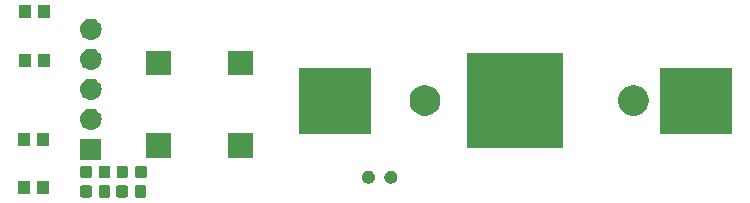
<source format=gbr>
G04 #@! TF.GenerationSoftware,KiCad,Pcbnew,(5.1.4)-1*
G04 #@! TF.CreationDate,2020-11-25T16:32:24+01:00*
G04 #@! TF.ProjectId,iot_plant_watering_sensor_esp32,696f745f-706c-4616-9e74-5f7761746572,rev?*
G04 #@! TF.SameCoordinates,Original*
G04 #@! TF.FileFunction,Soldermask,Bot*
G04 #@! TF.FilePolarity,Negative*
%FSLAX46Y46*%
G04 Gerber Fmt 4.6, Leading zero omitted, Abs format (unit mm)*
G04 Created by KiCad (PCBNEW (5.1.4)-1) date 2020-11-25 16:32:24*
%MOMM*%
%LPD*%
G04 APERTURE LIST*
%ADD10C,0.100000*%
G04 APERTURE END LIST*
D10*
G36*
X87997591Y-112190585D02*
G01*
X88031569Y-112200893D01*
X88062890Y-112217634D01*
X88090339Y-112240161D01*
X88112866Y-112267610D01*
X88129607Y-112298931D01*
X88139915Y-112332909D01*
X88144000Y-112374390D01*
X88144000Y-113050610D01*
X88139915Y-113092091D01*
X88129607Y-113126069D01*
X88112866Y-113157390D01*
X88090339Y-113184839D01*
X88062890Y-113207366D01*
X88031569Y-113224107D01*
X87997591Y-113234415D01*
X87956110Y-113238500D01*
X87354890Y-113238500D01*
X87313409Y-113234415D01*
X87279431Y-113224107D01*
X87248110Y-113207366D01*
X87220661Y-113184839D01*
X87198134Y-113157390D01*
X87181393Y-113126069D01*
X87171085Y-113092091D01*
X87167000Y-113050610D01*
X87167000Y-112374390D01*
X87171085Y-112332909D01*
X87181393Y-112298931D01*
X87198134Y-112267610D01*
X87220661Y-112240161D01*
X87248110Y-112217634D01*
X87279431Y-112200893D01*
X87313409Y-112190585D01*
X87354890Y-112186500D01*
X87956110Y-112186500D01*
X87997591Y-112190585D01*
X87997591Y-112190585D01*
G37*
G36*
X89470591Y-112190585D02*
G01*
X89504569Y-112200893D01*
X89535890Y-112217634D01*
X89563339Y-112240161D01*
X89585866Y-112267610D01*
X89602607Y-112298931D01*
X89612915Y-112332909D01*
X89617000Y-112374390D01*
X89617000Y-113050610D01*
X89612915Y-113092091D01*
X89602607Y-113126069D01*
X89585866Y-113157390D01*
X89563339Y-113184839D01*
X89535890Y-113207366D01*
X89504569Y-113224107D01*
X89470591Y-113234415D01*
X89429110Y-113238500D01*
X88827890Y-113238500D01*
X88786409Y-113234415D01*
X88752431Y-113224107D01*
X88721110Y-113207366D01*
X88693661Y-113184839D01*
X88671134Y-113157390D01*
X88654393Y-113126069D01*
X88644085Y-113092091D01*
X88640000Y-113050610D01*
X88640000Y-112374390D01*
X88644085Y-112332909D01*
X88654393Y-112298931D01*
X88671134Y-112267610D01*
X88693661Y-112240161D01*
X88721110Y-112217634D01*
X88752431Y-112200893D01*
X88786409Y-112190585D01*
X88827890Y-112186500D01*
X89429110Y-112186500D01*
X89470591Y-112190585D01*
X89470591Y-112190585D01*
G37*
G36*
X91045591Y-112190585D02*
G01*
X91079569Y-112200893D01*
X91110890Y-112217634D01*
X91138339Y-112240161D01*
X91160866Y-112267610D01*
X91177607Y-112298931D01*
X91187915Y-112332909D01*
X91192000Y-112374390D01*
X91192000Y-113050610D01*
X91187915Y-113092091D01*
X91177607Y-113126069D01*
X91160866Y-113157390D01*
X91138339Y-113184839D01*
X91110890Y-113207366D01*
X91079569Y-113224107D01*
X91045591Y-113234415D01*
X91004110Y-113238500D01*
X90402890Y-113238500D01*
X90361409Y-113234415D01*
X90327431Y-113224107D01*
X90296110Y-113207366D01*
X90268661Y-113184839D01*
X90246134Y-113157390D01*
X90229393Y-113126069D01*
X90219085Y-113092091D01*
X90215000Y-113050610D01*
X90215000Y-112374390D01*
X90219085Y-112332909D01*
X90229393Y-112298931D01*
X90246134Y-112267610D01*
X90268661Y-112240161D01*
X90296110Y-112217634D01*
X90327431Y-112200893D01*
X90361409Y-112190585D01*
X90402890Y-112186500D01*
X91004110Y-112186500D01*
X91045591Y-112190585D01*
X91045591Y-112190585D01*
G37*
G36*
X86422591Y-112190585D02*
G01*
X86456569Y-112200893D01*
X86487890Y-112217634D01*
X86515339Y-112240161D01*
X86537866Y-112267610D01*
X86554607Y-112298931D01*
X86564915Y-112332909D01*
X86569000Y-112374390D01*
X86569000Y-113050610D01*
X86564915Y-113092091D01*
X86554607Y-113126069D01*
X86537866Y-113157390D01*
X86515339Y-113184839D01*
X86487890Y-113207366D01*
X86456569Y-113224107D01*
X86422591Y-113234415D01*
X86381110Y-113238500D01*
X85779890Y-113238500D01*
X85738409Y-113234415D01*
X85704431Y-113224107D01*
X85673110Y-113207366D01*
X85645661Y-113184839D01*
X85623134Y-113157390D01*
X85606393Y-113126069D01*
X85596085Y-113092091D01*
X85592000Y-113050610D01*
X85592000Y-112374390D01*
X85596085Y-112332909D01*
X85606393Y-112298931D01*
X85623134Y-112267610D01*
X85645661Y-112240161D01*
X85673110Y-112217634D01*
X85704431Y-112200893D01*
X85738409Y-112190585D01*
X85779890Y-112186500D01*
X86381110Y-112186500D01*
X86422591Y-112190585D01*
X86422591Y-112190585D01*
G37*
G36*
X82962000Y-112964000D02*
G01*
X81960000Y-112964000D01*
X81960000Y-111862000D01*
X82962000Y-111862000D01*
X82962000Y-112964000D01*
X82962000Y-112964000D01*
G37*
G36*
X81362000Y-112964000D02*
G01*
X80360000Y-112964000D01*
X80360000Y-111862000D01*
X81362000Y-111862000D01*
X81362000Y-112964000D01*
X81362000Y-112964000D01*
G37*
G36*
X110147721Y-110976174D02*
G01*
X110247995Y-111017709D01*
X110247996Y-111017710D01*
X110338242Y-111078010D01*
X110414990Y-111154758D01*
X110414991Y-111154760D01*
X110475291Y-111245005D01*
X110516826Y-111345279D01*
X110538000Y-111451730D01*
X110538000Y-111560270D01*
X110516826Y-111666721D01*
X110475291Y-111766995D01*
X110475290Y-111766996D01*
X110414990Y-111857242D01*
X110338242Y-111933990D01*
X110292812Y-111964345D01*
X110247995Y-111994291D01*
X110147721Y-112035826D01*
X110041270Y-112057000D01*
X109932730Y-112057000D01*
X109826279Y-112035826D01*
X109726005Y-111994291D01*
X109681188Y-111964345D01*
X109635758Y-111933990D01*
X109559010Y-111857242D01*
X109498710Y-111766996D01*
X109498709Y-111766995D01*
X109457174Y-111666721D01*
X109436000Y-111560270D01*
X109436000Y-111451730D01*
X109457174Y-111345279D01*
X109498709Y-111245005D01*
X109559009Y-111154760D01*
X109559010Y-111154758D01*
X109635758Y-111078010D01*
X109726004Y-111017710D01*
X109726005Y-111017709D01*
X109826279Y-110976174D01*
X109932730Y-110955000D01*
X110041270Y-110955000D01*
X110147721Y-110976174D01*
X110147721Y-110976174D01*
G37*
G36*
X112047721Y-110976174D02*
G01*
X112147995Y-111017709D01*
X112147996Y-111017710D01*
X112238242Y-111078010D01*
X112314990Y-111154758D01*
X112314991Y-111154760D01*
X112375291Y-111245005D01*
X112416826Y-111345279D01*
X112438000Y-111451730D01*
X112438000Y-111560270D01*
X112416826Y-111666721D01*
X112375291Y-111766995D01*
X112375290Y-111766996D01*
X112314990Y-111857242D01*
X112238242Y-111933990D01*
X112192812Y-111964345D01*
X112147995Y-111994291D01*
X112047721Y-112035826D01*
X111941270Y-112057000D01*
X111832730Y-112057000D01*
X111726279Y-112035826D01*
X111626005Y-111994291D01*
X111581188Y-111964345D01*
X111535758Y-111933990D01*
X111459010Y-111857242D01*
X111398710Y-111766996D01*
X111398709Y-111766995D01*
X111357174Y-111666721D01*
X111336000Y-111560270D01*
X111336000Y-111451730D01*
X111357174Y-111345279D01*
X111398709Y-111245005D01*
X111459009Y-111154760D01*
X111459010Y-111154758D01*
X111535758Y-111078010D01*
X111626004Y-111017710D01*
X111626005Y-111017709D01*
X111726279Y-110976174D01*
X111832730Y-110955000D01*
X111941270Y-110955000D01*
X112047721Y-110976174D01*
X112047721Y-110976174D01*
G37*
G36*
X91070991Y-110539585D02*
G01*
X91104969Y-110549893D01*
X91136290Y-110566634D01*
X91163739Y-110589161D01*
X91186266Y-110616610D01*
X91203007Y-110647931D01*
X91213315Y-110681909D01*
X91217400Y-110723390D01*
X91217400Y-111399610D01*
X91213315Y-111441091D01*
X91203007Y-111475069D01*
X91186266Y-111506390D01*
X91163739Y-111533839D01*
X91136290Y-111556366D01*
X91104969Y-111573107D01*
X91070991Y-111583415D01*
X91029510Y-111587500D01*
X90428290Y-111587500D01*
X90386809Y-111583415D01*
X90352831Y-111573107D01*
X90321510Y-111556366D01*
X90294061Y-111533839D01*
X90271534Y-111506390D01*
X90254793Y-111475069D01*
X90244485Y-111441091D01*
X90240400Y-111399610D01*
X90240400Y-110723390D01*
X90244485Y-110681909D01*
X90254793Y-110647931D01*
X90271534Y-110616610D01*
X90294061Y-110589161D01*
X90321510Y-110566634D01*
X90352831Y-110549893D01*
X90386809Y-110539585D01*
X90428290Y-110535500D01*
X91029510Y-110535500D01*
X91070991Y-110539585D01*
X91070991Y-110539585D01*
G37*
G36*
X86422591Y-110539585D02*
G01*
X86456569Y-110549893D01*
X86487890Y-110566634D01*
X86515339Y-110589161D01*
X86537866Y-110616610D01*
X86554607Y-110647931D01*
X86564915Y-110681909D01*
X86569000Y-110723390D01*
X86569000Y-111399610D01*
X86564915Y-111441091D01*
X86554607Y-111475069D01*
X86537866Y-111506390D01*
X86515339Y-111533839D01*
X86487890Y-111556366D01*
X86456569Y-111573107D01*
X86422591Y-111583415D01*
X86381110Y-111587500D01*
X85779890Y-111587500D01*
X85738409Y-111583415D01*
X85704431Y-111573107D01*
X85673110Y-111556366D01*
X85645661Y-111533839D01*
X85623134Y-111506390D01*
X85606393Y-111475069D01*
X85596085Y-111441091D01*
X85592000Y-111399610D01*
X85592000Y-110723390D01*
X85596085Y-110681909D01*
X85606393Y-110647931D01*
X85623134Y-110616610D01*
X85645661Y-110589161D01*
X85673110Y-110566634D01*
X85704431Y-110549893D01*
X85738409Y-110539585D01*
X85779890Y-110535500D01*
X86381110Y-110535500D01*
X86422591Y-110539585D01*
X86422591Y-110539585D01*
G37*
G36*
X87997591Y-110539585D02*
G01*
X88031569Y-110549893D01*
X88062890Y-110566634D01*
X88090339Y-110589161D01*
X88112866Y-110616610D01*
X88129607Y-110647931D01*
X88139915Y-110681909D01*
X88144000Y-110723390D01*
X88144000Y-111399610D01*
X88139915Y-111441091D01*
X88129607Y-111475069D01*
X88112866Y-111506390D01*
X88090339Y-111533839D01*
X88062890Y-111556366D01*
X88031569Y-111573107D01*
X87997591Y-111583415D01*
X87956110Y-111587500D01*
X87354890Y-111587500D01*
X87313409Y-111583415D01*
X87279431Y-111573107D01*
X87248110Y-111556366D01*
X87220661Y-111533839D01*
X87198134Y-111506390D01*
X87181393Y-111475069D01*
X87171085Y-111441091D01*
X87167000Y-111399610D01*
X87167000Y-110723390D01*
X87171085Y-110681909D01*
X87181393Y-110647931D01*
X87198134Y-110616610D01*
X87220661Y-110589161D01*
X87248110Y-110566634D01*
X87279431Y-110549893D01*
X87313409Y-110539585D01*
X87354890Y-110535500D01*
X87956110Y-110535500D01*
X87997591Y-110539585D01*
X87997591Y-110539585D01*
G37*
G36*
X89495991Y-110539585D02*
G01*
X89529969Y-110549893D01*
X89561290Y-110566634D01*
X89588739Y-110589161D01*
X89611266Y-110616610D01*
X89628007Y-110647931D01*
X89638315Y-110681909D01*
X89642400Y-110723390D01*
X89642400Y-111399610D01*
X89638315Y-111441091D01*
X89628007Y-111475069D01*
X89611266Y-111506390D01*
X89588739Y-111533839D01*
X89561290Y-111556366D01*
X89529969Y-111573107D01*
X89495991Y-111583415D01*
X89454510Y-111587500D01*
X88853290Y-111587500D01*
X88811809Y-111583415D01*
X88777831Y-111573107D01*
X88746510Y-111556366D01*
X88719061Y-111533839D01*
X88696534Y-111506390D01*
X88679793Y-111475069D01*
X88669485Y-111441091D01*
X88665400Y-111399610D01*
X88665400Y-110723390D01*
X88669485Y-110681909D01*
X88679793Y-110647931D01*
X88696534Y-110616610D01*
X88719061Y-110589161D01*
X88746510Y-110566634D01*
X88777831Y-110549893D01*
X88811809Y-110539585D01*
X88853290Y-110535500D01*
X89454510Y-110535500D01*
X89495991Y-110539585D01*
X89495991Y-110539585D01*
G37*
G36*
X87388000Y-110057500D02*
G01*
X85586000Y-110057500D01*
X85586000Y-108255500D01*
X87388000Y-108255500D01*
X87388000Y-110057500D01*
X87388000Y-110057500D01*
G37*
G36*
X93238000Y-109890000D02*
G01*
X91136000Y-109890000D01*
X91136000Y-107788000D01*
X93238000Y-107788000D01*
X93238000Y-109890000D01*
X93238000Y-109890000D01*
G37*
G36*
X100238000Y-109890000D02*
G01*
X98136000Y-109890000D01*
X98136000Y-107788000D01*
X100238000Y-107788000D01*
X100238000Y-109890000D01*
X100238000Y-109890000D01*
G37*
G36*
X126479000Y-109080000D02*
G01*
X118377000Y-109080000D01*
X118377000Y-100978000D01*
X126479000Y-100978000D01*
X126479000Y-109080000D01*
X126479000Y-109080000D01*
G37*
G36*
X82962000Y-108864000D02*
G01*
X81960000Y-108864000D01*
X81960000Y-107762000D01*
X82962000Y-107762000D01*
X82962000Y-108864000D01*
X82962000Y-108864000D01*
G37*
G36*
X81362000Y-108864000D02*
G01*
X80360000Y-108864000D01*
X80360000Y-107762000D01*
X81362000Y-107762000D01*
X81362000Y-108864000D01*
X81362000Y-108864000D01*
G37*
G36*
X140779000Y-107830000D02*
G01*
X134677000Y-107830000D01*
X134677000Y-102228000D01*
X140779000Y-102228000D01*
X140779000Y-107830000D01*
X140779000Y-107830000D01*
G37*
G36*
X110179000Y-107830000D02*
G01*
X104077000Y-107830000D01*
X104077000Y-102228000D01*
X110179000Y-102228000D01*
X110179000Y-107830000D01*
X110179000Y-107830000D01*
G37*
G36*
X86597443Y-105722019D02*
G01*
X86663627Y-105728537D01*
X86833466Y-105780057D01*
X86989991Y-105863722D01*
X87025729Y-105893052D01*
X87127186Y-105976314D01*
X87210448Y-106077771D01*
X87239778Y-106113509D01*
X87323443Y-106270034D01*
X87374963Y-106439873D01*
X87392359Y-106616500D01*
X87374963Y-106793127D01*
X87323443Y-106962966D01*
X87239778Y-107119491D01*
X87210448Y-107155229D01*
X87127186Y-107256686D01*
X87025729Y-107339948D01*
X86989991Y-107369278D01*
X86833466Y-107452943D01*
X86663627Y-107504463D01*
X86597442Y-107510982D01*
X86531260Y-107517500D01*
X86442740Y-107517500D01*
X86376558Y-107510982D01*
X86310373Y-107504463D01*
X86140534Y-107452943D01*
X85984009Y-107369278D01*
X85948271Y-107339948D01*
X85846814Y-107256686D01*
X85763552Y-107155229D01*
X85734222Y-107119491D01*
X85650557Y-106962966D01*
X85599037Y-106793127D01*
X85581641Y-106616500D01*
X85599037Y-106439873D01*
X85650557Y-106270034D01*
X85734222Y-106113509D01*
X85763552Y-106077771D01*
X85846814Y-105976314D01*
X85948271Y-105893052D01*
X85984009Y-105863722D01*
X86140534Y-105780057D01*
X86310373Y-105728537D01*
X86376557Y-105722019D01*
X86442740Y-105715500D01*
X86531260Y-105715500D01*
X86597443Y-105722019D01*
X86597443Y-105722019D01*
G37*
G36*
X132800887Y-103752596D02*
G01*
X133037653Y-103850668D01*
X133037655Y-103850669D01*
X133250739Y-103993047D01*
X133431953Y-104174261D01*
X133484650Y-104253127D01*
X133574332Y-104387347D01*
X133672404Y-104624113D01*
X133722400Y-104875461D01*
X133722400Y-105131739D01*
X133672404Y-105383087D01*
X133574332Y-105619853D01*
X133574331Y-105619855D01*
X133431953Y-105832939D01*
X133250739Y-106014153D01*
X133037655Y-106156531D01*
X133037654Y-106156532D01*
X133037653Y-106156532D01*
X132800887Y-106254604D01*
X132549539Y-106304600D01*
X132293261Y-106304600D01*
X132041913Y-106254604D01*
X131805147Y-106156532D01*
X131805146Y-106156532D01*
X131805145Y-106156531D01*
X131592061Y-106014153D01*
X131410847Y-105832939D01*
X131268469Y-105619855D01*
X131268468Y-105619853D01*
X131170396Y-105383087D01*
X131120400Y-105131739D01*
X131120400Y-104875461D01*
X131170396Y-104624113D01*
X131268468Y-104387347D01*
X131358151Y-104253127D01*
X131410847Y-104174261D01*
X131592061Y-103993047D01*
X131805145Y-103850669D01*
X131805147Y-103850668D01*
X132041913Y-103752596D01*
X132293261Y-103702600D01*
X132549539Y-103702600D01*
X132800887Y-103752596D01*
X132800887Y-103752596D01*
G37*
G36*
X115150887Y-103752596D02*
G01*
X115387653Y-103850668D01*
X115387655Y-103850669D01*
X115600739Y-103993047D01*
X115781953Y-104174261D01*
X115834650Y-104253127D01*
X115924332Y-104387347D01*
X116022404Y-104624113D01*
X116072400Y-104875461D01*
X116072400Y-105131739D01*
X116022404Y-105383087D01*
X115924332Y-105619853D01*
X115924331Y-105619855D01*
X115781953Y-105832939D01*
X115600739Y-106014153D01*
X115387655Y-106156531D01*
X115387654Y-106156532D01*
X115387653Y-106156532D01*
X115150887Y-106254604D01*
X114899539Y-106304600D01*
X114643261Y-106304600D01*
X114391913Y-106254604D01*
X114155147Y-106156532D01*
X114155146Y-106156532D01*
X114155145Y-106156531D01*
X113942061Y-106014153D01*
X113760847Y-105832939D01*
X113618469Y-105619855D01*
X113618468Y-105619853D01*
X113520396Y-105383087D01*
X113470400Y-105131739D01*
X113470400Y-104875461D01*
X113520396Y-104624113D01*
X113618468Y-104387347D01*
X113708151Y-104253127D01*
X113760847Y-104174261D01*
X113942061Y-103993047D01*
X114155145Y-103850669D01*
X114155147Y-103850668D01*
X114391913Y-103752596D01*
X114643261Y-103702600D01*
X114899539Y-103702600D01*
X115150887Y-103752596D01*
X115150887Y-103752596D01*
G37*
G36*
X86597442Y-103182018D02*
G01*
X86663627Y-103188537D01*
X86833466Y-103240057D01*
X86989991Y-103323722D01*
X87025729Y-103353052D01*
X87127186Y-103436314D01*
X87210448Y-103537771D01*
X87239778Y-103573509D01*
X87323443Y-103730034D01*
X87374963Y-103899873D01*
X87392359Y-104076500D01*
X87374963Y-104253127D01*
X87323443Y-104422966D01*
X87239778Y-104579491D01*
X87210448Y-104615229D01*
X87127186Y-104716686D01*
X87025729Y-104799948D01*
X86989991Y-104829278D01*
X86833466Y-104912943D01*
X86663627Y-104964463D01*
X86597442Y-104970982D01*
X86531260Y-104977500D01*
X86442740Y-104977500D01*
X86376558Y-104970982D01*
X86310373Y-104964463D01*
X86140534Y-104912943D01*
X85984009Y-104829278D01*
X85948271Y-104799948D01*
X85846814Y-104716686D01*
X85763552Y-104615229D01*
X85734222Y-104579491D01*
X85650557Y-104422966D01*
X85599037Y-104253127D01*
X85581641Y-104076500D01*
X85599037Y-103899873D01*
X85650557Y-103730034D01*
X85734222Y-103573509D01*
X85763552Y-103537771D01*
X85846814Y-103436314D01*
X85948271Y-103353052D01*
X85984009Y-103323722D01*
X86140534Y-103240057D01*
X86310373Y-103188537D01*
X86376558Y-103182018D01*
X86442740Y-103175500D01*
X86531260Y-103175500D01*
X86597442Y-103182018D01*
X86597442Y-103182018D01*
G37*
G36*
X93238000Y-102890000D02*
G01*
X91136000Y-102890000D01*
X91136000Y-100788000D01*
X93238000Y-100788000D01*
X93238000Y-102890000D01*
X93238000Y-102890000D01*
G37*
G36*
X100238000Y-102890000D02*
G01*
X98136000Y-102890000D01*
X98136000Y-100788000D01*
X100238000Y-100788000D01*
X100238000Y-102890000D01*
X100238000Y-102890000D01*
G37*
G36*
X86597442Y-100642018D02*
G01*
X86663627Y-100648537D01*
X86833466Y-100700057D01*
X86989991Y-100783722D01*
X87025729Y-100813052D01*
X87127186Y-100896314D01*
X87194223Y-100978000D01*
X87239778Y-101033509D01*
X87323443Y-101190034D01*
X87374963Y-101359873D01*
X87392359Y-101536500D01*
X87374963Y-101713127D01*
X87323443Y-101882966D01*
X87239778Y-102039491D01*
X87210448Y-102075229D01*
X87127186Y-102176686D01*
X87025729Y-102259948D01*
X86989991Y-102289278D01*
X86833466Y-102372943D01*
X86663627Y-102424463D01*
X86597443Y-102430981D01*
X86531260Y-102437500D01*
X86442740Y-102437500D01*
X86376558Y-102430982D01*
X86310373Y-102424463D01*
X86140534Y-102372943D01*
X85984009Y-102289278D01*
X85948271Y-102259948D01*
X85846814Y-102176686D01*
X85763552Y-102075229D01*
X85734222Y-102039491D01*
X85650557Y-101882966D01*
X85599037Y-101713127D01*
X85581641Y-101536500D01*
X85599037Y-101359873D01*
X85650557Y-101190034D01*
X85734222Y-101033509D01*
X85779777Y-100978000D01*
X85846814Y-100896314D01*
X85948271Y-100813052D01*
X85984009Y-100783722D01*
X86140534Y-100700057D01*
X86310373Y-100648537D01*
X86376557Y-100642019D01*
X86442740Y-100635500D01*
X86531260Y-100635500D01*
X86597442Y-100642018D01*
X86597442Y-100642018D01*
G37*
G36*
X81387400Y-102169000D02*
G01*
X80385400Y-102169000D01*
X80385400Y-101067000D01*
X81387400Y-101067000D01*
X81387400Y-102169000D01*
X81387400Y-102169000D01*
G37*
G36*
X82987400Y-102169000D02*
G01*
X81985400Y-102169000D01*
X81985400Y-101067000D01*
X82987400Y-101067000D01*
X82987400Y-102169000D01*
X82987400Y-102169000D01*
G37*
G36*
X86597442Y-98102018D02*
G01*
X86663627Y-98108537D01*
X86833466Y-98160057D01*
X86989991Y-98243722D01*
X87025729Y-98273052D01*
X87127186Y-98356314D01*
X87210448Y-98457771D01*
X87239778Y-98493509D01*
X87323443Y-98650034D01*
X87374963Y-98819873D01*
X87392359Y-98996500D01*
X87374963Y-99173127D01*
X87323443Y-99342966D01*
X87239778Y-99499491D01*
X87210448Y-99535229D01*
X87127186Y-99636686D01*
X87025729Y-99719948D01*
X86989991Y-99749278D01*
X86833466Y-99832943D01*
X86663627Y-99884463D01*
X86597443Y-99890981D01*
X86531260Y-99897500D01*
X86442740Y-99897500D01*
X86376557Y-99890981D01*
X86310373Y-99884463D01*
X86140534Y-99832943D01*
X85984009Y-99749278D01*
X85948271Y-99719948D01*
X85846814Y-99636686D01*
X85763552Y-99535229D01*
X85734222Y-99499491D01*
X85650557Y-99342966D01*
X85599037Y-99173127D01*
X85581641Y-98996500D01*
X85599037Y-98819873D01*
X85650557Y-98650034D01*
X85734222Y-98493509D01*
X85763552Y-98457771D01*
X85846814Y-98356314D01*
X85948271Y-98273052D01*
X85984009Y-98243722D01*
X86140534Y-98160057D01*
X86310373Y-98108537D01*
X86376558Y-98102018D01*
X86442740Y-98095500D01*
X86531260Y-98095500D01*
X86597442Y-98102018D01*
X86597442Y-98102018D01*
G37*
G36*
X82987400Y-98069000D02*
G01*
X81985400Y-98069000D01*
X81985400Y-96967000D01*
X82987400Y-96967000D01*
X82987400Y-98069000D01*
X82987400Y-98069000D01*
G37*
G36*
X81387400Y-98069000D02*
G01*
X80385400Y-98069000D01*
X80385400Y-96967000D01*
X81387400Y-96967000D01*
X81387400Y-98069000D01*
X81387400Y-98069000D01*
G37*
M02*

</source>
